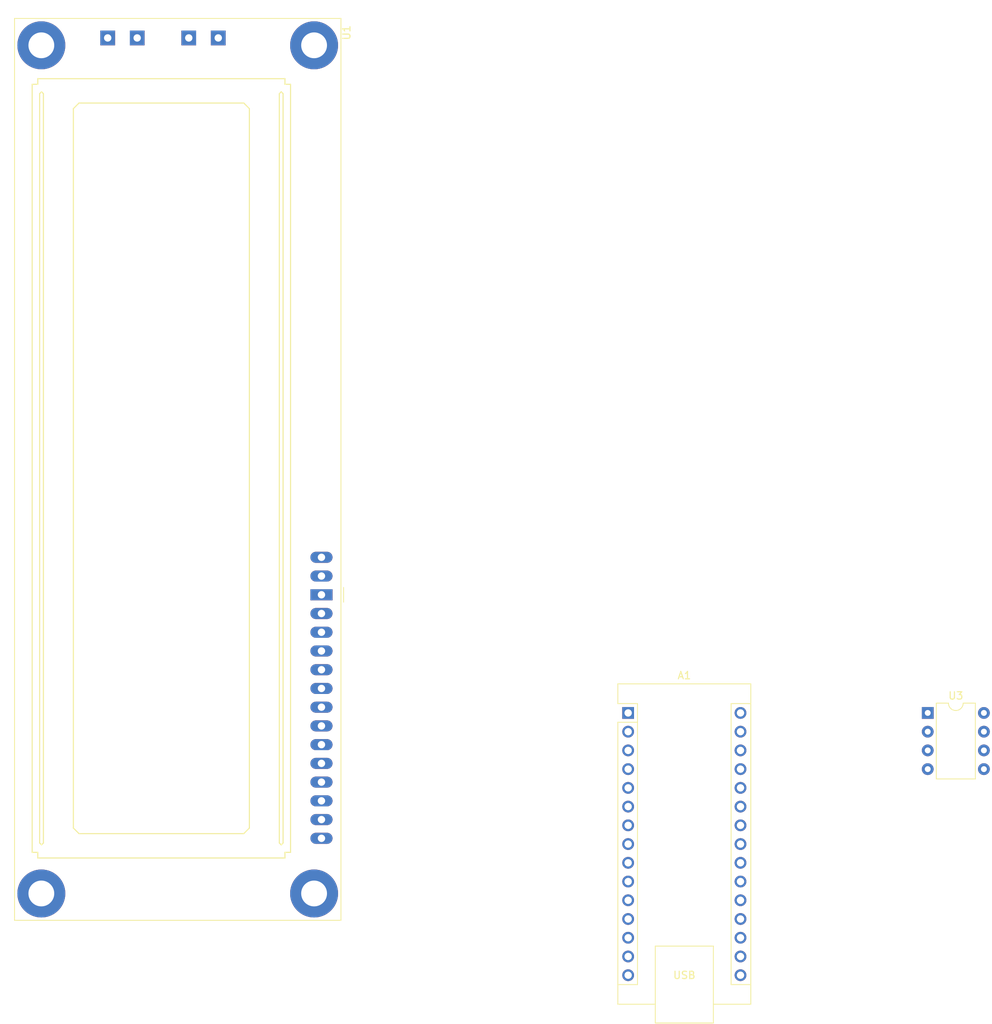
<source format=kicad_pcb>
(kicad_pcb (version 20221018) (generator pcbnew)
  (layers (0 "F.Cu" signal) (31 "B.Cu" signal) (34 "B.Paste" user) (35 "F.Paste" user) (36 "B.SilkS" user "B.Silkscreen") (37 "F.SilkS" user "F.Silkscreen") (38 "B.Mask" user) (39 "F.Mask" user) (44 "Edge.Cuts" user))
  (net 0 "")
  (net 4 "GND")
  (net 5 "Net-(A1-D2)")
  (net 6 "Net-(A1-D3)")
  (net 7 "Net-(A1-D4)")
  (net 8 "Net-(A1-D5)")
  (net 9 "Net-(A1-D6)")
  (net 10 "Net-(A1-D7)")
  (net 11 "Net-(A1-D8)")
  (net 12 "Net-(A1-D9)")
  (net 15 "Net-(A1-D12)")
  (net 16 "Net-(A1-D13)")
  (net 19 "Net-(A1-A0)")
  (net 20 "Net-(A1-A1)")
  (net 21 "Net-(A1-A2)")
  (net 23 "Net-(A1-A4)")
  (net 24 "Net-(A1-A5)")
  (net 29 "+3V3")
  (net 30 "Net-(U1-VO)")
  (net 39 "Net-(U3-X1)")
  (net 40 "Net-(U3-X2)")
  (net 41 "Net-(BT1-+)")
  (footprint "Display:LCD-016N002L" (layer "F.Cu") (at 62.5375 75.42 -90)
    (fp_text reference "U1" (at -76.21 -3.41 90) (layer "F.SilkS"))
    (fp_text value "LCD 16x02 or 20x04")
    (fp_line (start -78.14 -2.64) (end -78.14 41.64) (stroke (width 0.12)) (layer "F.SilkS"))
    (fp_line (start -78.14 41.64) (end 44.14 41.64) (stroke (width 0.12)) (layer "F.SilkS"))
    (fp_line (start -69.977 4.953) (end -69.977 38.481) (stroke (width 0.15)) (layer "F.SilkS"))
    (fp_line (start -69.215 4.191) (end -69.215 4.953) (stroke (width 0.15)) (layer "F.SilkS"))
    (fp_line (start -69.215 4.953) (end -69.977 4.953) (stroke (width 0.15)) (layer "F.SilkS"))
    (fp_line (start -69.215 38.481) (end -69.977 38.481) (stroke (width 0.15)) (layer "F.SilkS"))
    (fp_line (start -69.215 39.243) (end -69.215 38.481) (stroke (width 0.15)) (layer "F.SilkS"))
    (fp_line (start -69.215 39.243) (end 34.925 39.243) (stroke (width 0.15)) (layer "F.SilkS"))
    (fp_line (start -68.199 5.461) (end -67.945 5.715) (stroke (width 0.15)) (layer "F.SilkS"))
    (fp_line (start -68.199 37.973) (end -67.945 38.227) (stroke (width 0.15)) (layer "F.SilkS"))
    (fp_line (start -67.945 5.207) (end -68.199 5.461) (stroke (width 0.15)) (layer "F.SilkS"))
    (fp_line (start -67.945 5.715) (end 33.655 5.715) (stroke (width 0.15)) (layer "F.SilkS"))
    (fp_line (start -67.945 37.719) (end -68.199 37.973) (stroke (width 0.15)) (layer "F.SilkS"))
    (fp_line (start -67.945 38.227) (end 33.655 38.227) (stroke (width 0.15)) (layer "F.SilkS"))
    (fp_line (start -66.675 10.541) (end -65.913 9.779) (stroke (width 0.15)) (layer "F.SilkS"))
    (fp_line (start -66.675 32.893) (end -66.675 10.541) (stroke (width 0.15)) (layer "F.SilkS"))
    (fp_line (start -65.913 9.779) (end 31.623 9.779) (stroke (width 0.15)) (layer "F.SilkS"))
    (fp_line (start -65.913 33.655) (end -66.675 32.893) (stroke (width 0.15)) (layer "F.SilkS"))
    (fp_line (start -1 -3) (end 1 -3) (stroke (width 0.12)) (layer "F.SilkS"))
    (fp_line (start 31.623 9.779) (end 32.385 10.541) (stroke (width 0.15)) (layer "F.SilkS"))
    (fp_line (start 31.623 33.655) (end -65.913 33.655) (stroke (width 0.15)) (layer "F.SilkS"))
    (fp_line (start 32.385 10.541) (end 32.385 32.893) (stroke (width 0.15)) (layer "F.SilkS"))
    (fp_line (start 32.385 32.893) (end 31.623 33.655) (stroke (width 0.15)) (layer "F.SilkS"))
    (fp_line (start 33.655 5.207) (end -67.945 5.207) (stroke (width 0.15)) (layer "F.SilkS"))
    (fp_line (start 33.655 5.207) (end 33.909 5.461) (stroke (width 0.15)) (layer "F.SilkS"))
    (fp_line (start 33.655 37.719) (end -67.945 37.719) (stroke (width 0.15)) (layer "F.SilkS"))
    (fp_line (start 33.655 38.227) (end 33.909 37.973) (stroke (width 0.15)) (layer "F.SilkS"))
    (fp_line (start 33.909 5.461) (end 33.655 5.715) (stroke (width 0.15)) (layer "F.SilkS"))
    (fp_line (start 33.909 37.973) (end 33.655 37.719) (stroke (width 0.15)) (layer "F.SilkS"))
    (fp_line (start 34.925 4.191) (end -69.215 4.191) (stroke (width 0.15)) (layer "F.SilkS"))
    (fp_line (start 34.925 4.191) (end 34.925 4.953) (stroke (width 0.15)) (layer "F.SilkS"))
    (fp_line (start 34.925 4.953) (end 35.687 4.953) (stroke (width 0.15)) (layer "F.SilkS"))
    (fp_line (start 34.925 38.481) (end 34.925 39.243) (stroke (width 0.15)) (layer "F.SilkS"))
    (fp_line (start 35.687 38.481) (end 34.925 38.481) (stroke (width 0.15)) (layer "F.SilkS"))
    (fp_line (start 35.687 38.481) (end 35.687 4.953) (stroke (width 0.15)) (layer "F.SilkS"))
    (fp_line (start 44.14 -2.64) (end -78.14 -2.64) (stroke (width 0.12)) (layer "F.SilkS"))
    (fp_line (start 44.14 -2.64) (end 44.14 41.64) (stroke (width 0.12)) (layer "F.SilkS"))
    (pad "" thru_hole circle (at -74.5 1 90) (size 6.5 6.5) (drill 3.5) (layers "*.Cu" "*.Mask"))
    (pad "" thru_hole circle (at -74.5 38 90) (size 6.5 6.5) (drill 3.5) (layers "*.Cu" "*.Mask"))
    (pad "" thru_hole circle (at 40.5 1 90) (size 6.5 6.5) (drill 3.5) (layers "*.Cu" "*.Mask"))
    (pad "" thru_hole circle (at 40.5 38 90) (size 6.5 6.5) (drill 3.5) (layers "*.Cu" "*.Mask"))
    (pad "1" thru_hole rect (at 0 0 90) (size 1.5 3) (drill 1) (layers "*.Cu" "*.Mask") (net 4 "GND"))
    (pad "2" thru_hole oval (at 2.54 0 90) (size 1.5 3) (drill 1) (layers "*.Cu" "*.Mask") (net 29 "+3V3"))
    (pad "3" thru_hole oval (at 5.08 0 90) (size 1.5 3) (drill 1) (layers "*.Cu" "*.Mask") (net 30 "Net-(U1-VO)"))
    (pad "4" thru_hole oval (at 7.62 0 90) (size 1.5 3) (drill 1) (layers "*.Cu" "*.Mask") (net 15 "Net-(A1-D12)"))
    (pad "5" thru_hole oval (at 10.16 0 90) (size 1.5 3) (drill 1) (layers "*.Cu" "*.Mask") (net 4 "GND"))
    (pad "6" thru_hole oval (at 12.7 0 90) (size 1.5 3) (drill 1) (layers "*.Cu" "*.Mask") (net 16 "Net-(A1-D13)"))
    (pad "7" thru_hole oval (at 15.24 0 90) (size 1.5 3) (drill 1) (layers "*.Cu" "*.Mask"))
    (pad "8" thru_hole oval (at 17.78 0 90) (size 1.5 3) (drill 1) (layers "*.Cu" "*.Mask"))
    (pad "9" thru_hole oval (at 20.32 0 90) (size 1.5 3) (drill 1) (layers "*.Cu" "*.Mask"))
    (pad "10" thru_hole oval (at 22.86 0 90) (size 1.5 3) (drill 1) (layers "*.Cu" "*.Mask"))
    (pad "11" thru_hole oval (at 25.4 0 90) (size 1.5 3) (drill 1) (layers "*.Cu" "*.Mask") (net 10 "Net-(A1-D7)"))
    (pad "12" thru_hole oval (at 27.94 0 90) (size 1.5 3) (drill 1) (layers "*.Cu" "*.Mask") (net 9 "Net-(A1-D6)"))
    (pad "13" thru_hole oval (at 30.48 0 90) (size 1.5 3) (drill 1) (layers "*.Cu" "*.Mask") (net 8 "Net-(A1-D5)"))
    (pad "14" thru_hole oval (at 33.02 0 90) (size 1.5 3) (drill 1) (layers "*.Cu" "*.Mask") (net 7 "Net-(A1-D4)"))
    (pad "15" thru_hole oval (at -2.54 0 90) (size 1.5 3) (drill 1) (layers "*.Cu" "*.Mask"))
    (pad "16" thru_hole oval (at -5.08 0 90) (size 1.5 3) (drill 1) (layers "*.Cu" "*.Mask"))
    (pad "A1" thru_hole rect (at -75.5 14 90) (size 2 2) (drill 1) (layers "*.Cu" "*.Mask"))
    (pad "A2" thru_hole rect (at -75.5 25 90) (size 2 2) (drill 1) (layers "*.Cu" "*.Mask") (net 29 "+3V3"))
    (pad "K1" thru_hole rect (at -75.5 18 90) (size 2 2) (drill 1) (layers "*.Cu" "*.Mask"))
    (pad "K2" thru_hole rect (at -75.5 29 90) (size 2 2) (drill 1) (layers "*.Cu" "*.Mask") (net 4 "GND"))
  )
  (footprint "Package_DIP:DIP-8_W7.62mm" (layer "F.Cu") (at 144.78 91.44)
    (fp_text reference "U3" (at 3.81 -2.33) (layer "F.SilkS"))
    (fp_text value "DS1302+")
    (fp_line (start 1.16 -1.33) (end 1.16 8.95) (stroke (width 0.12)) (layer "F.SilkS"))
    (fp_line (start 1.16 8.95) (end 6.46 8.95) (stroke (width 0.12)) (layer "F.SilkS"))
    (fp_line (start 2.81 -1.33) (end 1.16 -1.33) (stroke (width 0.12)) (layer "F.SilkS"))
    (fp_line (start 6.46 -1.33) (end 4.81 -1.33) (stroke (width 0.12)) (layer "F.SilkS"))
    (fp_line (start 6.46 8.95) (end 6.46 -1.33) (stroke (width 0.12)) (layer "F.SilkS"))
    (fp_arc (start 4.81 -1.33) (mid 3.81 -0.33) (end 2.81 -1.33) (stroke (width 0.12)) (layer "F.SilkS"))
    (pad "1" thru_hole rect (at 0 0) (size 1.6 1.6) (drill 0.8) (layers "*.Cu" "*.Mask") (net 29 "+3V3"))
    (pad "2" thru_hole oval (at 0 2.54) (size 1.6 1.6) (drill 0.8) (layers "*.Cu" "*.Mask") (net 39 "Net-(U3-X1)"))
    (pad "3" thru_hole oval (at 0 5.08) (size 1.6 1.6) (drill 0.8) (layers "*.Cu" "*.Mask") (net 40 "Net-(U3-X2)"))
    (pad "4" thru_hole oval (at 0 7.62) (size 1.6 1.6) (drill 0.8) (layers "*.Cu" "*.Mask") (net 4 "GND"))
    (pad "5" thru_hole oval (at 7.62 7.62) (size 1.6 1.6) (drill 0.8) (layers "*.Cu" "*.Mask") (net 21 "Net-(A1-A2)"))
    (pad "6" thru_hole oval (at 7.62 5.08) (size 1.6 1.6) (drill 0.8) (layers "*.Cu" "*.Mask") (net 20 "Net-(A1-A1)"))
    (pad "7" thru_hole oval (at 7.62 2.54) (size 1.6 1.6) (drill 0.8) (layers "*.Cu" "*.Mask") (net 19 "Net-(A1-A0)"))
    (pad "8" thru_hole oval (at 7.62 0) (size 1.6 1.6) (drill 0.8) (layers "*.Cu" "*.Mask") (net 41 "Net-(BT1-+)"))
  )
  (footprint "Module:Arduino_Nano" (layer "F.Cu") (at 104.14 91.44)
    (fp_text reference "A1" (at 7.62 -5.08) (layer "F.SilkS"))
    (fp_text value "LGT8F328")
    (fp_text user "USB" (at 7.62 35.56 unlocked) (layer "F.SilkS"))
    (fp_line (start -1.4 -3.94) (end -1.4 -1.27) (stroke (width 0.12)) (layer "F.SilkS"))
    (fp_line (start -1.4 1.27) (end -1.4 39.5) (stroke (width 0.12)) (layer "F.SilkS"))
    (fp_line (start -1.4 39.5) (end 3.68 39.5) (stroke (width 0.12)) (layer "F.SilkS"))
    (fp_line (start 1.27 -1.27) (end -1.4 -1.27) (stroke (width 0.12)) (layer "F.SilkS"))
    (fp_line (start 1.27 1.27) (end -1.4 1.27) (stroke (width 0.12)) (layer "F.SilkS"))
    (fp_line (start 1.27 1.27) (end 1.27 -1.27) (stroke (width 0.12)) (layer "F.SilkS"))
    (fp_line (start 1.27 1.27) (end 1.27 36.83) (stroke (width 0.12)) (layer "F.SilkS"))
    (fp_line (start 1.27 36.83) (end -1.4 36.83) (stroke (width 0.12)) (layer "F.SilkS"))
    (fp_line (start 3.68 31.62) (end 11.56 31.62) (stroke (width 0.12)) (layer "F.SilkS"))
    (fp_line (start 3.68 42.04) (end 3.68 31.62) (stroke (width 0.12)) (layer "F.SilkS"))
    (fp_line (start 11.56 31.62) (end 11.56 42.04) (stroke (width 0.12)) (layer "F.SilkS"))
    (fp_line (start 11.56 42.04) (end 3.68 42.04) (stroke (width 0.12)) (layer "F.SilkS"))
    (fp_line (start 13.97 -1.27) (end 13.97 36.83) (stroke (width 0.12)) (layer "F.SilkS"))
    (fp_line (start 13.97 -1.27) (end 16.64 -1.27) (stroke (width 0.12)) (layer "F.SilkS"))
    (fp_line (start 13.97 36.83) (end 16.64 36.83) (stroke (width 0.12)) (layer "F.SilkS"))
    (fp_line (start 16.64 -3.94) (end -1.4 -3.94) (stroke (width 0.12)) (layer "F.SilkS"))
    (fp_line (start 16.64 39.5) (end 11.56 39.5) (stroke (width 0.12)) (layer "F.SilkS"))
    (fp_line (start 16.64 39.5) (end 16.64 -3.94) (stroke (width 0.12)) (layer "F.SilkS"))
    (pad "1" thru_hole rect (at 0 0) (size 1.6 1.6) (drill 1) (layers "*.Cu" "*.Mask"))
    (pad "2" thru_hole oval (at 0 2.54) (size 1.6 1.6) (drill 1) (layers "*.Cu" "*.Mask"))
    (pad "3" thru_hole oval (at 0 5.08) (size 1.6 1.6) (drill 1) (layers "*.Cu" "*.Mask"))
    (pad "4" thru_hole oval (at 0 7.62) (size 1.6 1.6) (drill 1) (layers "*.Cu" "*.Mask") (net 4 "GND"))
    (pad "5" thru_hole oval (at 0 10.16) (size 1.6 1.6) (drill 1) (layers "*.Cu" "*.Mask") (net 5 "Net-(A1-D2)"))
    (pad "6" thru_hole oval (at 0 12.7) (size 1.6 1.6) (drill 1) (layers "*.Cu" "*.Mask") (net 6 "Net-(A1-D3)"))
    (pad "7" thru_hole oval (at 0 15.24) (size 1.6 1.6) (drill 1) (layers "*.Cu" "*.Mask") (net 7 "Net-(A1-D4)"))
    (pad "8" thru_hole oval (at 0 17.78) (size 1.6 1.6) (drill 1) (layers "*.Cu" "*.Mask") (net 8 "Net-(A1-D5)"))
    (pad "9" thru_hole oval (at 0 20.32) (size 1.6 1.6) (drill 1) (layers "*.Cu" "*.Mask") (net 9 "Net-(A1-D6)"))
    (pad "10" thru_hole oval (at 0 22.86) (size 1.6 1.6) (drill 1) (layers "*.Cu" "*.Mask") (net 10 "Net-(A1-D7)"))
    (pad "11" thru_hole oval (at 0 25.4) (size 1.6 1.6) (drill 1) (layers "*.Cu" "*.Mask") (net 11 "Net-(A1-D8)"))
    (pad "12" thru_hole oval (at 0 27.94) (size 1.6 1.6) (drill 1) (layers "*.Cu" "*.Mask") (net 12 "Net-(A1-D9)"))
    (pad "13" thru_hole oval (at 0 30.48) (size 1.6 1.6) (drill 1) (layers "*.Cu" "*.Mask"))
    (pad "14" thru_hole oval (at 0 33.02) (size 1.6 1.6) (drill 1) (layers "*.Cu" "*.Mask"))
    (pad "15" thru_hole oval (at 0 35.56) (size 1.6 1.6) (drill 1) (layers "*.Cu" "*.Mask") (net 15 "Net-(A1-D12)"))
    (pad "16" thru_hole oval (at 15.24 35.56) (size 1.6 1.6) (drill 1) (layers "*.Cu" "*.Mask") (net 16 "Net-(A1-D13)"))
    (pad "17" thru_hole oval (at 15.24 33.02) (size 1.6 1.6) (drill 1) (layers "*.Cu" "*.Mask"))
    (pad "18" thru_hole oval (at 15.24 30.48) (size 1.6 1.6) (drill 1) (layers "*.Cu" "*.Mask"))
    (pad "19" thru_hole oval (at 15.24 27.94) (size 1.6 1.6) (drill 1) (layers "*.Cu" "*.Mask") (net 19 "Net-(A1-A0)"))
    (pad "20" thru_hole oval (at 15.24 25.4) (size 1.6 1.6) (drill 1) (layers "*.Cu" "*.Mask") (net 20 "Net-(A1-A1)"))
    (pad "21" thru_hole oval (at 15.24 22.86) (size 1.6 1.6) (drill 1) (layers "*.Cu" "*.Mask") (net 21 "Net-(A1-A2)"))
    (pad "22" thru_hole oval (at 15.24 20.32) (size 1.6 1.6) (drill 1) (layers "*.Cu" "*.Mask"))
    (pad "23" thru_hole oval (at 15.24 17.78) (size 1.6 1.6) (drill 1) (layers "*.Cu" "*.Mask") (net 23 "Net-(A1-A4)"))
    (pad "24" thru_hole oval (at 15.24 15.24) (size 1.6 1.6) (drill 1) (layers "*.Cu" "*.Mask") (net 24 "Net-(A1-A5)"))
    (pad "25" thru_hole oval (at 15.24 12.7) (size 1.6 1.6) (drill 1) (layers "*.Cu" "*.Mask"))
    (pad "26" thru_hole oval (at 15.24 10.16) (size 1.6 1.6) (drill 1) (layers "*.Cu" "*.Mask"))
    (pad "27" thru_hole oval (at 15.24 7.62) (size 1.6 1.6) (drill 1) (layers "*.Cu" "*.Mask"))
    (pad "28" thru_hole oval (at 15.24 5.08) (size 1.6 1.6) (drill 1) (layers "*.Cu" "*.Mask"))
    (pad "29" thru_hole oval (at 15.24 2.54) (size 1.6 1.6) (drill 1) (layers "*.Cu" "*.Mask") (net 4 "GND"))
    (pad "30" thru_hole oval (at 15.24 0) (size 1.6 1.6) (drill 1) (layers "*.Cu" "*.Mask") (net 29 "+3V3"))
  )
)
</source>
